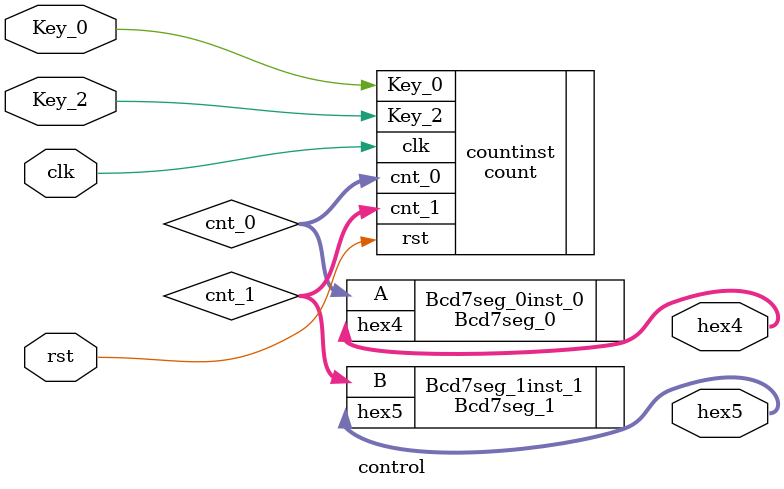
<source format=v>
module control (
      input clk,
		input rst,
		input Key_2 ,
	   input Key_0 ,
	   output [6:0] hex4 , //that is a count for single digits
	   output [6:0] hex5   //that is a count for tens digits
) ;

      wire [3:0] cnt_0;         //Controller connection counter output
		wire [3:0] cnt_1;
		
		
		// Instantiate the module
		count countinst (
		  .clk          (clk),         //Used to connect clk
		  .rst          (rst),         //Used to connect rst
		  .Key_2        (Key_2),       //Used to connect input K2
		  .Key_0        (Key_0),       //Used to connect input K0
		  .cnt_0        (cnt_0),       //Used to connect output c0
		  .cnt_1        (cnt_1)        //Used to connect output c1
		);
		
		
		// Instantiate the module
		Bcd7seg_1 Bcd7seg_1inst_1 (
		   .B (cnt_1), //Connect the output of the counter to the input of 7 segments
			.hex5 (hex5)//Used to connect output hex5
		);
		
		// Instantiate the module
		Bcd7seg_0 Bcd7seg_0inst_0 (
		   .A (cnt_0), //Connect the output of the counter to the input of 7 segments
			.hex4 (hex4)//Used to connect output hex4
		);	
endmodule 
</source>
